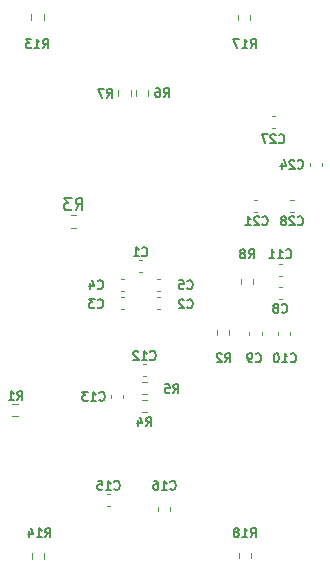
<source format=gbr>
%TF.GenerationSoftware,KiCad,Pcbnew,(5.1.9)-1*%
%TF.CreationDate,2021-04-28T15:16:42-04:00*%
%TF.ProjectId,final_design_v3,66696e61-6c5f-4646-9573-69676e5f7633,rev?*%
%TF.SameCoordinates,Original*%
%TF.FileFunction,Legend,Bot*%
%TF.FilePolarity,Positive*%
%FSLAX46Y46*%
G04 Gerber Fmt 4.6, Leading zero omitted, Abs format (unit mm)*
G04 Created by KiCad (PCBNEW (5.1.9)-1) date 2021-04-28 15:16:42*
%MOMM*%
%LPD*%
G01*
G04 APERTURE LIST*
%ADD10C,0.120000*%
%ADD11C,0.150000*%
G04 APERTURE END LIST*
D10*
%TO.C,C1*%
X139103980Y-97254600D02*
X138822820Y-97254600D01*
X139103980Y-98274600D02*
X138822820Y-98274600D01*
%TO.C,C2*%
X140602580Y-101449600D02*
X140321420Y-101449600D01*
X140602580Y-100429600D02*
X140321420Y-100429600D01*
%TO.C,C3*%
X137273420Y-101449600D02*
X137554580Y-101449600D01*
X137273420Y-100429600D02*
X137554580Y-100429600D01*
%TO.C,C4*%
X137273420Y-98880200D02*
X137554580Y-98880200D01*
X137273420Y-99900200D02*
X137554580Y-99900200D01*
%TO.C,C5*%
X140606979Y-98882601D02*
X140325819Y-98882601D01*
X140606979Y-99902601D02*
X140325819Y-99902601D01*
%TO.C,C8*%
X150940580Y-99590000D02*
X150659420Y-99590000D01*
X150940580Y-100610000D02*
X150659420Y-100610000D01*
%TO.C,C9*%
X149210000Y-103640580D02*
X149210000Y-103359420D01*
X148190000Y-103640580D02*
X148190000Y-103359420D01*
%TO.C,C10*%
X150590000Y-103640580D02*
X150590000Y-103359420D01*
X151610000Y-103640580D02*
X151610000Y-103359420D01*
%TO.C,C11*%
X150940580Y-98610000D02*
X150659420Y-98610000D01*
X150940580Y-97590000D02*
X150659420Y-97590000D01*
%TO.C,C12*%
X139153020Y-107088400D02*
X139434180Y-107088400D01*
X139153020Y-106068400D02*
X139434180Y-106068400D01*
%TO.C,C13*%
X136446800Y-109004980D02*
X136446800Y-108723820D01*
X137466800Y-109004980D02*
X137466800Y-108723820D01*
%TO.C,C15*%
X136386180Y-118112000D02*
X136105020Y-118112000D01*
X136386180Y-117092000D02*
X136105020Y-117092000D01*
%TO.C,C16*%
X140460000Y-118223420D02*
X140460000Y-118504580D01*
X141480000Y-118223420D02*
X141480000Y-118504580D01*
%TO.C,C21*%
X148840580Y-93210000D02*
X148559420Y-93210000D01*
X148840580Y-92190000D02*
X148559420Y-92190000D01*
%TO.C,C24*%
X154310000Y-89059420D02*
X154310000Y-89340580D01*
X153290000Y-89059420D02*
X153290000Y-89340580D01*
%TO.C,C27*%
X150059420Y-86110000D02*
X150340580Y-86110000D01*
X150059420Y-85090000D02*
X150340580Y-85090000D01*
%TO.C,C28*%
X151659420Y-92190000D02*
X151940580Y-92190000D01*
X151659420Y-93210000D02*
X151940580Y-93210000D01*
%TO.C,R1*%
X128583458Y-110504500D02*
X128108942Y-110504500D01*
X128583458Y-109459500D02*
X128108942Y-109459500D01*
%TO.C,R2*%
X145425900Y-103191542D02*
X145425900Y-103666058D01*
X146470900Y-103191542D02*
X146470900Y-103666058D01*
%TO.C,R3*%
X133536458Y-94553300D02*
X133061942Y-94553300D01*
X133536458Y-93508300D02*
X133061942Y-93508300D01*
%TO.C,R4*%
X139056342Y-110148900D02*
X139530858Y-110148900D01*
X139056342Y-109103900D02*
X139530858Y-109103900D01*
%TO.C,R5*%
X139056342Y-107579900D02*
X139530858Y-107579900D01*
X139056342Y-108624900D02*
X139530858Y-108624900D01*
%TO.C,R6*%
X138577500Y-82912742D02*
X138577500Y-83387258D01*
X139622500Y-82912742D02*
X139622500Y-83387258D01*
%TO.C,R7*%
X137077500Y-82912742D02*
X137077500Y-83387258D01*
X138122500Y-82912742D02*
X138122500Y-83387258D01*
%TO.C,R8*%
X147477500Y-98862742D02*
X147477500Y-99337258D01*
X148522500Y-98862742D02*
X148522500Y-99337258D01*
%TO.C,R13*%
X130772500Y-76462742D02*
X130772500Y-76937258D01*
X129727500Y-76462742D02*
X129727500Y-76937258D01*
%TO.C,R14*%
X130799100Y-122563658D02*
X130799100Y-122089142D01*
X129754100Y-122563658D02*
X129754100Y-122089142D01*
%TO.C,R17*%
X148272500Y-76512742D02*
X148272500Y-76987258D01*
X147227500Y-76512742D02*
X147227500Y-76987258D01*
%TO.C,R18*%
X147277500Y-122537258D02*
X147277500Y-122062742D01*
X148322500Y-122537258D02*
X148322500Y-122062742D01*
%TO.C,C1*%
D11*
X139088400Y-96867857D02*
X139124114Y-96903571D01*
X139231257Y-96939285D01*
X139302685Y-96939285D01*
X139409828Y-96903571D01*
X139481257Y-96832142D01*
X139516971Y-96760714D01*
X139552685Y-96617857D01*
X139552685Y-96510714D01*
X139516971Y-96367857D01*
X139481257Y-96296428D01*
X139409828Y-96225000D01*
X139302685Y-96189285D01*
X139231257Y-96189285D01*
X139124114Y-96225000D01*
X139088400Y-96260714D01*
X138374114Y-96939285D02*
X138802685Y-96939285D01*
X138588400Y-96939285D02*
X138588400Y-96189285D01*
X138659828Y-96296428D01*
X138731257Y-96367857D01*
X138802685Y-96403571D01*
%TO.C,C2*%
X142925000Y-101267857D02*
X142960714Y-101303571D01*
X143067857Y-101339285D01*
X143139285Y-101339285D01*
X143246428Y-101303571D01*
X143317857Y-101232142D01*
X143353571Y-101160714D01*
X143389285Y-101017857D01*
X143389285Y-100910714D01*
X143353571Y-100767857D01*
X143317857Y-100696428D01*
X143246428Y-100625000D01*
X143139285Y-100589285D01*
X143067857Y-100589285D01*
X142960714Y-100625000D01*
X142925000Y-100660714D01*
X142639285Y-100660714D02*
X142603571Y-100625000D01*
X142532142Y-100589285D01*
X142353571Y-100589285D01*
X142282142Y-100625000D01*
X142246428Y-100660714D01*
X142210714Y-100732142D01*
X142210714Y-100803571D01*
X142246428Y-100910714D01*
X142675000Y-101339285D01*
X142210714Y-101339285D01*
%TO.C,C3*%
X135325000Y-101267857D02*
X135360714Y-101303571D01*
X135467857Y-101339285D01*
X135539285Y-101339285D01*
X135646428Y-101303571D01*
X135717857Y-101232142D01*
X135753571Y-101160714D01*
X135789285Y-101017857D01*
X135789285Y-100910714D01*
X135753571Y-100767857D01*
X135717857Y-100696428D01*
X135646428Y-100625000D01*
X135539285Y-100589285D01*
X135467857Y-100589285D01*
X135360714Y-100625000D01*
X135325000Y-100660714D01*
X135075000Y-100589285D02*
X134610714Y-100589285D01*
X134860714Y-100875000D01*
X134753571Y-100875000D01*
X134682142Y-100910714D01*
X134646428Y-100946428D01*
X134610714Y-101017857D01*
X134610714Y-101196428D01*
X134646428Y-101267857D01*
X134682142Y-101303571D01*
X134753571Y-101339285D01*
X134967857Y-101339285D01*
X135039285Y-101303571D01*
X135075000Y-101267857D01*
%TO.C,C4*%
X135325000Y-99667857D02*
X135360714Y-99703571D01*
X135467857Y-99739285D01*
X135539285Y-99739285D01*
X135646428Y-99703571D01*
X135717857Y-99632142D01*
X135753571Y-99560714D01*
X135789285Y-99417857D01*
X135789285Y-99310714D01*
X135753571Y-99167857D01*
X135717857Y-99096428D01*
X135646428Y-99025000D01*
X135539285Y-98989285D01*
X135467857Y-98989285D01*
X135360714Y-99025000D01*
X135325000Y-99060714D01*
X134682142Y-99239285D02*
X134682142Y-99739285D01*
X134860714Y-98953571D02*
X135039285Y-99489285D01*
X134575000Y-99489285D01*
%TO.C,C5*%
X142925000Y-99667857D02*
X142960714Y-99703571D01*
X143067857Y-99739285D01*
X143139285Y-99739285D01*
X143246428Y-99703571D01*
X143317857Y-99632142D01*
X143353571Y-99560714D01*
X143389285Y-99417857D01*
X143389285Y-99310714D01*
X143353571Y-99167857D01*
X143317857Y-99096428D01*
X143246428Y-99025000D01*
X143139285Y-98989285D01*
X143067857Y-98989285D01*
X142960714Y-99025000D01*
X142925000Y-99060714D01*
X142246428Y-98989285D02*
X142603571Y-98989285D01*
X142639285Y-99346428D01*
X142603571Y-99310714D01*
X142532142Y-99275000D01*
X142353571Y-99275000D01*
X142282142Y-99310714D01*
X142246428Y-99346428D01*
X142210714Y-99417857D01*
X142210714Y-99596428D01*
X142246428Y-99667857D01*
X142282142Y-99703571D01*
X142353571Y-99739285D01*
X142532142Y-99739285D01*
X142603571Y-99703571D01*
X142639285Y-99667857D01*
%TO.C,C8*%
X150925000Y-101667857D02*
X150960714Y-101703571D01*
X151067857Y-101739285D01*
X151139285Y-101739285D01*
X151246428Y-101703571D01*
X151317857Y-101632142D01*
X151353571Y-101560714D01*
X151389285Y-101417857D01*
X151389285Y-101310714D01*
X151353571Y-101167857D01*
X151317857Y-101096428D01*
X151246428Y-101025000D01*
X151139285Y-100989285D01*
X151067857Y-100989285D01*
X150960714Y-101025000D01*
X150925000Y-101060714D01*
X150496428Y-101310714D02*
X150567857Y-101275000D01*
X150603571Y-101239285D01*
X150639285Y-101167857D01*
X150639285Y-101132142D01*
X150603571Y-101060714D01*
X150567857Y-101025000D01*
X150496428Y-100989285D01*
X150353571Y-100989285D01*
X150282142Y-101025000D01*
X150246428Y-101060714D01*
X150210714Y-101132142D01*
X150210714Y-101167857D01*
X150246428Y-101239285D01*
X150282142Y-101275000D01*
X150353571Y-101310714D01*
X150496428Y-101310714D01*
X150567857Y-101346428D01*
X150603571Y-101382142D01*
X150639285Y-101453571D01*
X150639285Y-101596428D01*
X150603571Y-101667857D01*
X150567857Y-101703571D01*
X150496428Y-101739285D01*
X150353571Y-101739285D01*
X150282142Y-101703571D01*
X150246428Y-101667857D01*
X150210714Y-101596428D01*
X150210714Y-101453571D01*
X150246428Y-101382142D01*
X150282142Y-101346428D01*
X150353571Y-101310714D01*
%TO.C,C9*%
X148725000Y-105867857D02*
X148760714Y-105903571D01*
X148867857Y-105939285D01*
X148939285Y-105939285D01*
X149046428Y-105903571D01*
X149117857Y-105832142D01*
X149153571Y-105760714D01*
X149189285Y-105617857D01*
X149189285Y-105510714D01*
X149153571Y-105367857D01*
X149117857Y-105296428D01*
X149046428Y-105225000D01*
X148939285Y-105189285D01*
X148867857Y-105189285D01*
X148760714Y-105225000D01*
X148725000Y-105260714D01*
X148367857Y-105939285D02*
X148225000Y-105939285D01*
X148153571Y-105903571D01*
X148117857Y-105867857D01*
X148046428Y-105760714D01*
X148010714Y-105617857D01*
X148010714Y-105332142D01*
X148046428Y-105260714D01*
X148082142Y-105225000D01*
X148153571Y-105189285D01*
X148296428Y-105189285D01*
X148367857Y-105225000D01*
X148403571Y-105260714D01*
X148439285Y-105332142D01*
X148439285Y-105510714D01*
X148403571Y-105582142D01*
X148367857Y-105617857D01*
X148296428Y-105653571D01*
X148153571Y-105653571D01*
X148082142Y-105617857D01*
X148046428Y-105582142D01*
X148010714Y-105510714D01*
%TO.C,C10*%
X151682142Y-105867857D02*
X151717857Y-105903571D01*
X151825000Y-105939285D01*
X151896428Y-105939285D01*
X152003571Y-105903571D01*
X152075000Y-105832142D01*
X152110714Y-105760714D01*
X152146428Y-105617857D01*
X152146428Y-105510714D01*
X152110714Y-105367857D01*
X152075000Y-105296428D01*
X152003571Y-105225000D01*
X151896428Y-105189285D01*
X151825000Y-105189285D01*
X151717857Y-105225000D01*
X151682142Y-105260714D01*
X150967857Y-105939285D02*
X151396428Y-105939285D01*
X151182142Y-105939285D02*
X151182142Y-105189285D01*
X151253571Y-105296428D01*
X151325000Y-105367857D01*
X151396428Y-105403571D01*
X150503571Y-105189285D02*
X150432142Y-105189285D01*
X150360714Y-105225000D01*
X150325000Y-105260714D01*
X150289285Y-105332142D01*
X150253571Y-105475000D01*
X150253571Y-105653571D01*
X150289285Y-105796428D01*
X150325000Y-105867857D01*
X150360714Y-105903571D01*
X150432142Y-105939285D01*
X150503571Y-105939285D01*
X150575000Y-105903571D01*
X150610714Y-105867857D01*
X150646428Y-105796428D01*
X150682142Y-105653571D01*
X150682142Y-105475000D01*
X150646428Y-105332142D01*
X150610714Y-105260714D01*
X150575000Y-105225000D01*
X150503571Y-105189285D01*
%TO.C,C11*%
X151282142Y-97067857D02*
X151317857Y-97103571D01*
X151425000Y-97139285D01*
X151496428Y-97139285D01*
X151603571Y-97103571D01*
X151675000Y-97032142D01*
X151710714Y-96960714D01*
X151746428Y-96817857D01*
X151746428Y-96710714D01*
X151710714Y-96567857D01*
X151675000Y-96496428D01*
X151603571Y-96425000D01*
X151496428Y-96389285D01*
X151425000Y-96389285D01*
X151317857Y-96425000D01*
X151282142Y-96460714D01*
X150567857Y-97139285D02*
X150996428Y-97139285D01*
X150782142Y-97139285D02*
X150782142Y-96389285D01*
X150853571Y-96496428D01*
X150925000Y-96567857D01*
X150996428Y-96603571D01*
X149853571Y-97139285D02*
X150282142Y-97139285D01*
X150067857Y-97139285D02*
X150067857Y-96389285D01*
X150139285Y-96496428D01*
X150210714Y-96567857D01*
X150282142Y-96603571D01*
%TO.C,C12*%
X139775742Y-105667857D02*
X139811457Y-105703571D01*
X139918600Y-105739285D01*
X139990028Y-105739285D01*
X140097171Y-105703571D01*
X140168600Y-105632142D01*
X140204314Y-105560714D01*
X140240028Y-105417857D01*
X140240028Y-105310714D01*
X140204314Y-105167857D01*
X140168600Y-105096428D01*
X140097171Y-105025000D01*
X139990028Y-104989285D01*
X139918600Y-104989285D01*
X139811457Y-105025000D01*
X139775742Y-105060714D01*
X139061457Y-105739285D02*
X139490028Y-105739285D01*
X139275742Y-105739285D02*
X139275742Y-104989285D01*
X139347171Y-105096428D01*
X139418600Y-105167857D01*
X139490028Y-105203571D01*
X138775742Y-105060714D02*
X138740028Y-105025000D01*
X138668600Y-104989285D01*
X138490028Y-104989285D01*
X138418600Y-105025000D01*
X138382885Y-105060714D01*
X138347171Y-105132142D01*
X138347171Y-105203571D01*
X138382885Y-105310714D01*
X138811457Y-105739285D01*
X138347171Y-105739285D01*
%TO.C,C13*%
X135482142Y-109132257D02*
X135517857Y-109167971D01*
X135625000Y-109203685D01*
X135696428Y-109203685D01*
X135803571Y-109167971D01*
X135875000Y-109096542D01*
X135910714Y-109025114D01*
X135946428Y-108882257D01*
X135946428Y-108775114D01*
X135910714Y-108632257D01*
X135875000Y-108560828D01*
X135803571Y-108489400D01*
X135696428Y-108453685D01*
X135625000Y-108453685D01*
X135517857Y-108489400D01*
X135482142Y-108525114D01*
X134767857Y-109203685D02*
X135196428Y-109203685D01*
X134982142Y-109203685D02*
X134982142Y-108453685D01*
X135053571Y-108560828D01*
X135125000Y-108632257D01*
X135196428Y-108667971D01*
X134517857Y-108453685D02*
X134053571Y-108453685D01*
X134303571Y-108739400D01*
X134196428Y-108739400D01*
X134125000Y-108775114D01*
X134089285Y-108810828D01*
X134053571Y-108882257D01*
X134053571Y-109060828D01*
X134089285Y-109132257D01*
X134125000Y-109167971D01*
X134196428Y-109203685D01*
X134410714Y-109203685D01*
X134482142Y-109167971D01*
X134517857Y-109132257D01*
%TO.C,C15*%
X136727742Y-116667857D02*
X136763457Y-116703571D01*
X136870600Y-116739285D01*
X136942028Y-116739285D01*
X137049171Y-116703571D01*
X137120600Y-116632142D01*
X137156314Y-116560714D01*
X137192028Y-116417857D01*
X137192028Y-116310714D01*
X137156314Y-116167857D01*
X137120600Y-116096428D01*
X137049171Y-116025000D01*
X136942028Y-115989285D01*
X136870600Y-115989285D01*
X136763457Y-116025000D01*
X136727742Y-116060714D01*
X136013457Y-116739285D02*
X136442028Y-116739285D01*
X136227742Y-116739285D02*
X136227742Y-115989285D01*
X136299171Y-116096428D01*
X136370600Y-116167857D01*
X136442028Y-116203571D01*
X135334885Y-115989285D02*
X135692028Y-115989285D01*
X135727742Y-116346428D01*
X135692028Y-116310714D01*
X135620600Y-116275000D01*
X135442028Y-116275000D01*
X135370600Y-116310714D01*
X135334885Y-116346428D01*
X135299171Y-116417857D01*
X135299171Y-116596428D01*
X135334885Y-116667857D01*
X135370600Y-116703571D01*
X135442028Y-116739285D01*
X135620600Y-116739285D01*
X135692028Y-116703571D01*
X135727742Y-116667857D01*
%TO.C,C16*%
X141482142Y-116667857D02*
X141517857Y-116703571D01*
X141625000Y-116739285D01*
X141696428Y-116739285D01*
X141803571Y-116703571D01*
X141875000Y-116632142D01*
X141910714Y-116560714D01*
X141946428Y-116417857D01*
X141946428Y-116310714D01*
X141910714Y-116167857D01*
X141875000Y-116096428D01*
X141803571Y-116025000D01*
X141696428Y-115989285D01*
X141625000Y-115989285D01*
X141517857Y-116025000D01*
X141482142Y-116060714D01*
X140767857Y-116739285D02*
X141196428Y-116739285D01*
X140982142Y-116739285D02*
X140982142Y-115989285D01*
X141053571Y-116096428D01*
X141125000Y-116167857D01*
X141196428Y-116203571D01*
X140125000Y-115989285D02*
X140267857Y-115989285D01*
X140339285Y-116025000D01*
X140375000Y-116060714D01*
X140446428Y-116167857D01*
X140482142Y-116310714D01*
X140482142Y-116596428D01*
X140446428Y-116667857D01*
X140410714Y-116703571D01*
X140339285Y-116739285D01*
X140196428Y-116739285D01*
X140125000Y-116703571D01*
X140089285Y-116667857D01*
X140053571Y-116596428D01*
X140053571Y-116417857D01*
X140089285Y-116346428D01*
X140125000Y-116310714D01*
X140196428Y-116275000D01*
X140339285Y-116275000D01*
X140410714Y-116310714D01*
X140446428Y-116346428D01*
X140482142Y-116417857D01*
%TO.C,C21*%
X149282142Y-94267857D02*
X149317857Y-94303571D01*
X149425000Y-94339285D01*
X149496428Y-94339285D01*
X149603571Y-94303571D01*
X149675000Y-94232142D01*
X149710714Y-94160714D01*
X149746428Y-94017857D01*
X149746428Y-93910714D01*
X149710714Y-93767857D01*
X149675000Y-93696428D01*
X149603571Y-93625000D01*
X149496428Y-93589285D01*
X149425000Y-93589285D01*
X149317857Y-93625000D01*
X149282142Y-93660714D01*
X148996428Y-93660714D02*
X148960714Y-93625000D01*
X148889285Y-93589285D01*
X148710714Y-93589285D01*
X148639285Y-93625000D01*
X148603571Y-93660714D01*
X148567857Y-93732142D01*
X148567857Y-93803571D01*
X148603571Y-93910714D01*
X149032142Y-94339285D01*
X148567857Y-94339285D01*
X147853571Y-94339285D02*
X148282142Y-94339285D01*
X148067857Y-94339285D02*
X148067857Y-93589285D01*
X148139285Y-93696428D01*
X148210714Y-93767857D01*
X148282142Y-93803571D01*
%TO.C,C24*%
X152282142Y-89467857D02*
X152317857Y-89503571D01*
X152425000Y-89539285D01*
X152496428Y-89539285D01*
X152603571Y-89503571D01*
X152675000Y-89432142D01*
X152710714Y-89360714D01*
X152746428Y-89217857D01*
X152746428Y-89110714D01*
X152710714Y-88967857D01*
X152675000Y-88896428D01*
X152603571Y-88825000D01*
X152496428Y-88789285D01*
X152425000Y-88789285D01*
X152317857Y-88825000D01*
X152282142Y-88860714D01*
X151996428Y-88860714D02*
X151960714Y-88825000D01*
X151889285Y-88789285D01*
X151710714Y-88789285D01*
X151639285Y-88825000D01*
X151603571Y-88860714D01*
X151567857Y-88932142D01*
X151567857Y-89003571D01*
X151603571Y-89110714D01*
X152032142Y-89539285D01*
X151567857Y-89539285D01*
X150925000Y-89039285D02*
X150925000Y-89539285D01*
X151103571Y-88753571D02*
X151282142Y-89289285D01*
X150817857Y-89289285D01*
%TO.C,C27*%
X150682142Y-87297857D02*
X150717857Y-87333571D01*
X150825000Y-87369285D01*
X150896428Y-87369285D01*
X151003571Y-87333571D01*
X151075000Y-87262142D01*
X151110714Y-87190714D01*
X151146428Y-87047857D01*
X151146428Y-86940714D01*
X151110714Y-86797857D01*
X151075000Y-86726428D01*
X151003571Y-86655000D01*
X150896428Y-86619285D01*
X150825000Y-86619285D01*
X150717857Y-86655000D01*
X150682142Y-86690714D01*
X150396428Y-86690714D02*
X150360714Y-86655000D01*
X150289285Y-86619285D01*
X150110714Y-86619285D01*
X150039285Y-86655000D01*
X150003571Y-86690714D01*
X149967857Y-86762142D01*
X149967857Y-86833571D01*
X150003571Y-86940714D01*
X150432142Y-87369285D01*
X149967857Y-87369285D01*
X149717857Y-86619285D02*
X149217857Y-86619285D01*
X149539285Y-87369285D01*
%TO.C,C28*%
X152282142Y-94267857D02*
X152317857Y-94303571D01*
X152425000Y-94339285D01*
X152496428Y-94339285D01*
X152603571Y-94303571D01*
X152675000Y-94232142D01*
X152710714Y-94160714D01*
X152746428Y-94017857D01*
X152746428Y-93910714D01*
X152710714Y-93767857D01*
X152675000Y-93696428D01*
X152603571Y-93625000D01*
X152496428Y-93589285D01*
X152425000Y-93589285D01*
X152317857Y-93625000D01*
X152282142Y-93660714D01*
X151996428Y-93660714D02*
X151960714Y-93625000D01*
X151889285Y-93589285D01*
X151710714Y-93589285D01*
X151639285Y-93625000D01*
X151603571Y-93660714D01*
X151567857Y-93732142D01*
X151567857Y-93803571D01*
X151603571Y-93910714D01*
X152032142Y-94339285D01*
X151567857Y-94339285D01*
X151139285Y-93910714D02*
X151210714Y-93875000D01*
X151246428Y-93839285D01*
X151282142Y-93767857D01*
X151282142Y-93732142D01*
X151246428Y-93660714D01*
X151210714Y-93625000D01*
X151139285Y-93589285D01*
X150996428Y-93589285D01*
X150925000Y-93625000D01*
X150889285Y-93660714D01*
X150853571Y-93732142D01*
X150853571Y-93767857D01*
X150889285Y-93839285D01*
X150925000Y-93875000D01*
X150996428Y-93910714D01*
X151139285Y-93910714D01*
X151210714Y-93946428D01*
X151246428Y-93982142D01*
X151282142Y-94053571D01*
X151282142Y-94196428D01*
X151246428Y-94267857D01*
X151210714Y-94303571D01*
X151139285Y-94339285D01*
X150996428Y-94339285D01*
X150925000Y-94303571D01*
X150889285Y-94267857D01*
X150853571Y-94196428D01*
X150853571Y-94053571D01*
X150889285Y-93982142D01*
X150925000Y-93946428D01*
X150996428Y-93910714D01*
%TO.C,R1*%
X128525000Y-109139285D02*
X128775000Y-108782142D01*
X128953571Y-109139285D02*
X128953571Y-108389285D01*
X128667857Y-108389285D01*
X128596428Y-108425000D01*
X128560714Y-108460714D01*
X128525000Y-108532142D01*
X128525000Y-108639285D01*
X128560714Y-108710714D01*
X128596428Y-108746428D01*
X128667857Y-108782142D01*
X128953571Y-108782142D01*
X127810714Y-109139285D02*
X128239285Y-109139285D01*
X128025000Y-109139285D02*
X128025000Y-108389285D01*
X128096428Y-108496428D01*
X128167857Y-108567857D01*
X128239285Y-108603571D01*
%TO.C,R2*%
X146125000Y-105939285D02*
X146375000Y-105582142D01*
X146553571Y-105939285D02*
X146553571Y-105189285D01*
X146267857Y-105189285D01*
X146196428Y-105225000D01*
X146160714Y-105260714D01*
X146125000Y-105332142D01*
X146125000Y-105439285D01*
X146160714Y-105510714D01*
X146196428Y-105546428D01*
X146267857Y-105582142D01*
X146553571Y-105582142D01*
X145839285Y-105260714D02*
X145803571Y-105225000D01*
X145732142Y-105189285D01*
X145553571Y-105189285D01*
X145482142Y-105225000D01*
X145446428Y-105260714D01*
X145410714Y-105332142D01*
X145410714Y-105403571D01*
X145446428Y-105510714D01*
X145875000Y-105939285D01*
X145410714Y-105939285D01*
%TO.C,R3*%
X133465866Y-93053180D02*
X133799200Y-92576990D01*
X134037295Y-93053180D02*
X134037295Y-92053180D01*
X133656342Y-92053180D01*
X133561104Y-92100800D01*
X133513485Y-92148419D01*
X133465866Y-92243657D01*
X133465866Y-92386514D01*
X133513485Y-92481752D01*
X133561104Y-92529371D01*
X133656342Y-92576990D01*
X134037295Y-92576990D01*
X133132533Y-92053180D02*
X132513485Y-92053180D01*
X132846819Y-92434133D01*
X132703961Y-92434133D01*
X132608723Y-92481752D01*
X132561104Y-92529371D01*
X132513485Y-92624609D01*
X132513485Y-92862704D01*
X132561104Y-92957942D01*
X132608723Y-93005561D01*
X132703961Y-93053180D01*
X132989676Y-93053180D01*
X133084914Y-93005561D01*
X133132533Y-92957942D01*
%TO.C,R4*%
X139418600Y-111339285D02*
X139668600Y-110982142D01*
X139847171Y-111339285D02*
X139847171Y-110589285D01*
X139561457Y-110589285D01*
X139490028Y-110625000D01*
X139454314Y-110660714D01*
X139418600Y-110732142D01*
X139418600Y-110839285D01*
X139454314Y-110910714D01*
X139490028Y-110946428D01*
X139561457Y-110982142D01*
X139847171Y-110982142D01*
X138775742Y-110839285D02*
X138775742Y-111339285D01*
X138954314Y-110553571D02*
X139132885Y-111089285D01*
X138668600Y-111089285D01*
%TO.C,R5*%
X141725000Y-108539285D02*
X141975000Y-108182142D01*
X142153571Y-108539285D02*
X142153571Y-107789285D01*
X141867857Y-107789285D01*
X141796428Y-107825000D01*
X141760714Y-107860714D01*
X141725000Y-107932142D01*
X141725000Y-108039285D01*
X141760714Y-108110714D01*
X141796428Y-108146428D01*
X141867857Y-108182142D01*
X142153571Y-108182142D01*
X141046428Y-107789285D02*
X141403571Y-107789285D01*
X141439285Y-108146428D01*
X141403571Y-108110714D01*
X141332142Y-108075000D01*
X141153571Y-108075000D01*
X141082142Y-108110714D01*
X141046428Y-108146428D01*
X141010714Y-108217857D01*
X141010714Y-108396428D01*
X141046428Y-108467857D01*
X141082142Y-108503571D01*
X141153571Y-108539285D01*
X141332142Y-108539285D01*
X141403571Y-108503571D01*
X141439285Y-108467857D01*
%TO.C,R6*%
X140925000Y-83489285D02*
X141175000Y-83132142D01*
X141353571Y-83489285D02*
X141353571Y-82739285D01*
X141067857Y-82739285D01*
X140996428Y-82775000D01*
X140960714Y-82810714D01*
X140925000Y-82882142D01*
X140925000Y-82989285D01*
X140960714Y-83060714D01*
X140996428Y-83096428D01*
X141067857Y-83132142D01*
X141353571Y-83132142D01*
X140282142Y-82739285D02*
X140425000Y-82739285D01*
X140496428Y-82775000D01*
X140532142Y-82810714D01*
X140603571Y-82917857D01*
X140639285Y-83060714D01*
X140639285Y-83346428D01*
X140603571Y-83417857D01*
X140567857Y-83453571D01*
X140496428Y-83489285D01*
X140353571Y-83489285D01*
X140282142Y-83453571D01*
X140246428Y-83417857D01*
X140210714Y-83346428D01*
X140210714Y-83167857D01*
X140246428Y-83096428D01*
X140282142Y-83060714D01*
X140353571Y-83025000D01*
X140496428Y-83025000D01*
X140567857Y-83060714D01*
X140603571Y-83096428D01*
X140639285Y-83167857D01*
%TO.C,R7*%
X136125000Y-83539285D02*
X136375000Y-83182142D01*
X136553571Y-83539285D02*
X136553571Y-82789285D01*
X136267857Y-82789285D01*
X136196428Y-82825000D01*
X136160714Y-82860714D01*
X136125000Y-82932142D01*
X136125000Y-83039285D01*
X136160714Y-83110714D01*
X136196428Y-83146428D01*
X136267857Y-83182142D01*
X136553571Y-83182142D01*
X135875000Y-82789285D02*
X135375000Y-82789285D01*
X135696428Y-83539285D01*
%TO.C,R8*%
X148125000Y-97139285D02*
X148375000Y-96782142D01*
X148553571Y-97139285D02*
X148553571Y-96389285D01*
X148267857Y-96389285D01*
X148196428Y-96425000D01*
X148160714Y-96460714D01*
X148125000Y-96532142D01*
X148125000Y-96639285D01*
X148160714Y-96710714D01*
X148196428Y-96746428D01*
X148267857Y-96782142D01*
X148553571Y-96782142D01*
X147696428Y-96710714D02*
X147767857Y-96675000D01*
X147803571Y-96639285D01*
X147839285Y-96567857D01*
X147839285Y-96532142D01*
X147803571Y-96460714D01*
X147767857Y-96425000D01*
X147696428Y-96389285D01*
X147553571Y-96389285D01*
X147482142Y-96425000D01*
X147446428Y-96460714D01*
X147410714Y-96532142D01*
X147410714Y-96567857D01*
X147446428Y-96639285D01*
X147482142Y-96675000D01*
X147553571Y-96710714D01*
X147696428Y-96710714D01*
X147767857Y-96746428D01*
X147803571Y-96782142D01*
X147839285Y-96853571D01*
X147839285Y-96996428D01*
X147803571Y-97067857D01*
X147767857Y-97103571D01*
X147696428Y-97139285D01*
X147553571Y-97139285D01*
X147482142Y-97103571D01*
X147446428Y-97067857D01*
X147410714Y-96996428D01*
X147410714Y-96853571D01*
X147446428Y-96782142D01*
X147482142Y-96746428D01*
X147553571Y-96710714D01*
%TO.C,R13*%
X130682142Y-79339285D02*
X130932142Y-78982142D01*
X131110714Y-79339285D02*
X131110714Y-78589285D01*
X130825000Y-78589285D01*
X130753571Y-78625000D01*
X130717857Y-78660714D01*
X130682142Y-78732142D01*
X130682142Y-78839285D01*
X130717857Y-78910714D01*
X130753571Y-78946428D01*
X130825000Y-78982142D01*
X131110714Y-78982142D01*
X129967857Y-79339285D02*
X130396428Y-79339285D01*
X130182142Y-79339285D02*
X130182142Y-78589285D01*
X130253571Y-78696428D01*
X130325000Y-78767857D01*
X130396428Y-78803571D01*
X129717857Y-78589285D02*
X129253571Y-78589285D01*
X129503571Y-78875000D01*
X129396428Y-78875000D01*
X129325000Y-78910714D01*
X129289285Y-78946428D01*
X129253571Y-79017857D01*
X129253571Y-79196428D01*
X129289285Y-79267857D01*
X129325000Y-79303571D01*
X129396428Y-79339285D01*
X129610714Y-79339285D01*
X129682142Y-79303571D01*
X129717857Y-79267857D01*
%TO.C,R14*%
X130882142Y-120739285D02*
X131132142Y-120382142D01*
X131310714Y-120739285D02*
X131310714Y-119989285D01*
X131025000Y-119989285D01*
X130953571Y-120025000D01*
X130917857Y-120060714D01*
X130882142Y-120132142D01*
X130882142Y-120239285D01*
X130917857Y-120310714D01*
X130953571Y-120346428D01*
X131025000Y-120382142D01*
X131310714Y-120382142D01*
X130167857Y-120739285D02*
X130596428Y-120739285D01*
X130382142Y-120739285D02*
X130382142Y-119989285D01*
X130453571Y-120096428D01*
X130525000Y-120167857D01*
X130596428Y-120203571D01*
X129525000Y-120239285D02*
X129525000Y-120739285D01*
X129703571Y-119953571D02*
X129882142Y-120489285D01*
X129417857Y-120489285D01*
%TO.C,R17*%
X148282142Y-79339285D02*
X148532142Y-78982142D01*
X148710714Y-79339285D02*
X148710714Y-78589285D01*
X148425000Y-78589285D01*
X148353571Y-78625000D01*
X148317857Y-78660714D01*
X148282142Y-78732142D01*
X148282142Y-78839285D01*
X148317857Y-78910714D01*
X148353571Y-78946428D01*
X148425000Y-78982142D01*
X148710714Y-78982142D01*
X147567857Y-79339285D02*
X147996428Y-79339285D01*
X147782142Y-79339285D02*
X147782142Y-78589285D01*
X147853571Y-78696428D01*
X147925000Y-78767857D01*
X147996428Y-78803571D01*
X147317857Y-78589285D02*
X146817857Y-78589285D01*
X147139285Y-79339285D01*
%TO.C,R18*%
X148282142Y-120739285D02*
X148532142Y-120382142D01*
X148710714Y-120739285D02*
X148710714Y-119989285D01*
X148425000Y-119989285D01*
X148353571Y-120025000D01*
X148317857Y-120060714D01*
X148282142Y-120132142D01*
X148282142Y-120239285D01*
X148317857Y-120310714D01*
X148353571Y-120346428D01*
X148425000Y-120382142D01*
X148710714Y-120382142D01*
X147567857Y-120739285D02*
X147996428Y-120739285D01*
X147782142Y-120739285D02*
X147782142Y-119989285D01*
X147853571Y-120096428D01*
X147925000Y-120167857D01*
X147996428Y-120203571D01*
X147139285Y-120310714D02*
X147210714Y-120275000D01*
X147246428Y-120239285D01*
X147282142Y-120167857D01*
X147282142Y-120132142D01*
X147246428Y-120060714D01*
X147210714Y-120025000D01*
X147139285Y-119989285D01*
X146996428Y-119989285D01*
X146925000Y-120025000D01*
X146889285Y-120060714D01*
X146853571Y-120132142D01*
X146853571Y-120167857D01*
X146889285Y-120239285D01*
X146925000Y-120275000D01*
X146996428Y-120310714D01*
X147139285Y-120310714D01*
X147210714Y-120346428D01*
X147246428Y-120382142D01*
X147282142Y-120453571D01*
X147282142Y-120596428D01*
X147246428Y-120667857D01*
X147210714Y-120703571D01*
X147139285Y-120739285D01*
X146996428Y-120739285D01*
X146925000Y-120703571D01*
X146889285Y-120667857D01*
X146853571Y-120596428D01*
X146853571Y-120453571D01*
X146889285Y-120382142D01*
X146925000Y-120346428D01*
X146996428Y-120310714D01*
%TD*%
M02*

</source>
